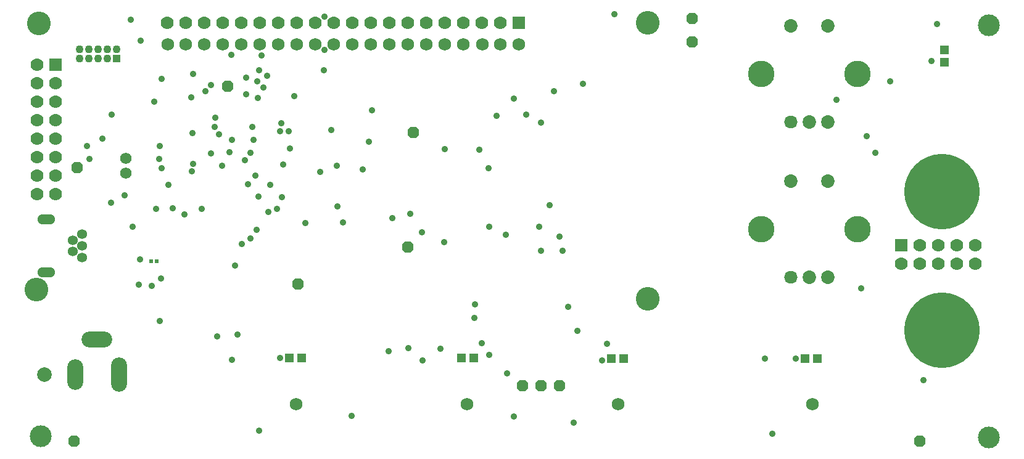
<source format=gts>
G04*
G04 #@! TF.GenerationSoftware,Altium Limited,Altium Designer,19.1.5 (86)*
G04*
G04 Layer_Color=8388736*
%FSLAX24Y24*%
%MOIN*%
G70*
G01*
G75*
%ADD19R,0.0474X0.0513*%
%ADD20C,0.0680*%
%ADD21R,0.0513X0.0474*%
%ADD22P,0.0682X8X112.5*%
%ADD23O,0.1655X0.0867*%
%ADD24O,0.0867X0.1655*%
%ADD25O,0.0867X0.1852*%
%ADD26C,0.0789*%
%ADD27R,0.0700X0.0700*%
%ADD28C,0.0700*%
%ADD29C,0.1280*%
%ADD30P,0.0682X8X22.5*%
%ADD31O,0.0730X0.0680*%
%ADD32C,0.0730*%
%ADD33C,0.1430*%
%ADD34C,0.4080*%
%ADD35C,0.0620*%
%ADD36R,0.0700X0.0700*%
%ADD37O,0.0966X0.0533*%
%ADD38C,0.0533*%
%ADD39C,0.0430*%
%ADD40R,0.0430X0.0430*%
%ADD41C,0.1180*%
%ADD42C,0.0360*%
%ADD43C,0.0237*%
D19*
X43169Y5450D02*
D03*
X42500D02*
D03*
X15300Y5500D02*
D03*
X14631D02*
D03*
X32031Y5450D02*
D03*
X32700D02*
D03*
X23931Y5500D02*
D03*
X24600D02*
D03*
D20*
X42900Y3000D02*
D03*
X24250D02*
D03*
X32400D02*
D03*
X15000D02*
D03*
X8074Y22450D02*
D03*
X9058D02*
D03*
X10050D02*
D03*
X11026D02*
D03*
X12050D02*
D03*
X13050D02*
D03*
X14050D02*
D03*
X15050D02*
D03*
X16050D02*
D03*
X17050D02*
D03*
X18050D02*
D03*
X19050D02*
D03*
X20058D02*
D03*
X21050D02*
D03*
X22050D02*
D03*
X23050D02*
D03*
X24050D02*
D03*
X25082D02*
D03*
X26050D02*
D03*
X27050D02*
D03*
D21*
X50050Y22150D02*
D03*
Y21481D02*
D03*
D22*
X36400Y22580D02*
D03*
Y23860D02*
D03*
X29250Y4000D02*
D03*
X3000Y1000D02*
D03*
X28250Y4000D02*
D03*
X48700Y1000D02*
D03*
X11300Y20200D02*
D03*
X21050Y11500D02*
D03*
X27250Y4000D02*
D03*
X15120Y9480D02*
D03*
D23*
X4255Y6470D02*
D03*
D24*
X3074Y4580D02*
D03*
D25*
X5436D02*
D03*
D26*
X1420D02*
D03*
D27*
X27050Y23631D02*
D03*
X47700Y11600D02*
D03*
D28*
X9050Y23631D02*
D03*
X10050D02*
D03*
X11050D02*
D03*
X12050D02*
D03*
X13050D02*
D03*
X14050D02*
D03*
X15050D02*
D03*
X16050D02*
D03*
X17050D02*
D03*
X18050D02*
D03*
X19050D02*
D03*
X20050D02*
D03*
X21050D02*
D03*
X22050D02*
D03*
X23050D02*
D03*
X24050D02*
D03*
X25050D02*
D03*
X26050D02*
D03*
X8050D02*
D03*
X48700Y11600D02*
D03*
X49700D02*
D03*
X50700D02*
D03*
X51700D02*
D03*
X47700Y10600D02*
D03*
X48700D02*
D03*
X49700D02*
D03*
X50700D02*
D03*
X51700D02*
D03*
X1000Y14350D02*
D03*
Y15350D02*
D03*
Y16350D02*
D03*
Y17350D02*
D03*
Y18350D02*
D03*
Y19350D02*
D03*
Y20350D02*
D03*
Y21350D02*
D03*
X2000Y14350D02*
D03*
Y15350D02*
D03*
Y16350D02*
D03*
Y17350D02*
D03*
Y18350D02*
D03*
Y19350D02*
D03*
Y20350D02*
D03*
D29*
X34020Y23631D02*
D03*
Y8670D02*
D03*
X1100Y23601D02*
D03*
X967Y9169D02*
D03*
D30*
X21350Y17700D02*
D03*
X3175Y15775D02*
D03*
D31*
X41750Y18250D02*
D03*
Y9850D02*
D03*
D32*
X42750Y18250D02*
D03*
X43750D02*
D03*
Y23450D02*
D03*
X41750D02*
D03*
Y15050D02*
D03*
X43750D02*
D03*
Y9850D02*
D03*
X42750D02*
D03*
D33*
X45350Y20850D02*
D03*
X40150D02*
D03*
Y12450D02*
D03*
X45350D02*
D03*
D34*
X49900Y7000D02*
D03*
Y14500D02*
D03*
D35*
X5800Y15500D02*
D03*
X5815Y16300D02*
D03*
D36*
X2000Y21350D02*
D03*
D37*
X1500Y12987D02*
D03*
Y10113D02*
D03*
D38*
X2957Y11865D02*
D03*
Y11235D02*
D03*
X3449Y10920D02*
D03*
Y11550D02*
D03*
Y12180D02*
D03*
D39*
X3300Y22200D02*
D03*
Y21700D02*
D03*
X3800Y22200D02*
D03*
Y21700D02*
D03*
X4300Y22200D02*
D03*
Y21700D02*
D03*
X4800Y22200D02*
D03*
Y21700D02*
D03*
X5300Y22200D02*
D03*
D40*
Y21700D02*
D03*
D41*
X1200Y1250D02*
D03*
X52450Y1200D02*
D03*
Y23500D02*
D03*
D42*
X6160Y12570D02*
D03*
X24660Y8380D02*
D03*
X24640Y7660D02*
D03*
X12890Y12410D02*
D03*
X10410Y20260D02*
D03*
X10100Y19920D02*
D03*
X7210Y9390D02*
D03*
X7700Y9770D02*
D03*
X8340Y13570D02*
D03*
X8960Y13250D02*
D03*
X6570Y10810D02*
D03*
X10740Y6650D02*
D03*
X16300Y15540D02*
D03*
X17210Y15890D02*
D03*
X14308Y15952D02*
D03*
X14670Y16810D02*
D03*
X6500Y9450D02*
D03*
X16910Y17810D02*
D03*
X16550Y23950D02*
D03*
X6080Y23790D02*
D03*
X32210Y24100D02*
D03*
X26790Y19520D02*
D03*
X28230Y18230D02*
D03*
X30510Y20320D02*
D03*
X28940Y19930D02*
D03*
X27440Y18655D02*
D03*
X25840Y18570D02*
D03*
X29410Y11300D02*
D03*
X11720Y10500D02*
D03*
X12080Y11660D02*
D03*
X12530Y11940D02*
D03*
X14240Y14170D02*
D03*
X17540Y12830D02*
D03*
X3840Y16240D02*
D03*
X18615Y15680D02*
D03*
X13960Y13560D02*
D03*
X13240Y20120D02*
D03*
X12940Y19550D02*
D03*
X12900Y20450D02*
D03*
X13450Y20750D02*
D03*
X12300Y19750D02*
D03*
X10650Y18500D02*
D03*
X23050Y16800D02*
D03*
X13500Y13400D02*
D03*
X7450Y13550D02*
D03*
X5750Y14300D02*
D03*
X20000Y5850D02*
D03*
X11550Y5400D02*
D03*
X11858Y6758D02*
D03*
X14150Y5500D02*
D03*
X15500Y12800D02*
D03*
X20200Y13050D02*
D03*
X17250Y13700D02*
D03*
X3700Y16950D02*
D03*
X25050Y6300D02*
D03*
X31800Y6250D02*
D03*
X26400Y4650D02*
D03*
X25450Y5650D02*
D03*
X21850Y5350D02*
D03*
X18000Y2350D02*
D03*
X13000Y1550D02*
D03*
X21800Y12300D02*
D03*
X40750Y1400D02*
D03*
X30000Y2000D02*
D03*
X26760Y2310D02*
D03*
X9450Y20850D02*
D03*
X7750Y20600D02*
D03*
X7350Y19350D02*
D03*
X9350Y19600D02*
D03*
X12650Y18000D02*
D03*
X13000Y21050D02*
D03*
X12300Y20650D02*
D03*
X14200Y18200D02*
D03*
X14150Y17750D02*
D03*
X14600D02*
D03*
X21162Y13288D02*
D03*
X25450Y12600D02*
D03*
X25400Y15750D02*
D03*
X29700Y8250D02*
D03*
X30200Y6950D02*
D03*
X21075Y6025D02*
D03*
X22800Y6000D02*
D03*
X16550Y22150D02*
D03*
X40350Y5450D02*
D03*
X31550Y5350D02*
D03*
X42019Y5450D02*
D03*
X7650Y16950D02*
D03*
X16500Y21050D02*
D03*
X7750Y15750D02*
D03*
X7600Y16250D02*
D03*
X14900Y19650D02*
D03*
X11500Y21900D02*
D03*
X9900Y13550D02*
D03*
X5000Y13900D02*
D03*
X6600Y22650D02*
D03*
X18950Y17200D02*
D03*
X19100Y18900D02*
D03*
X13150Y21850D02*
D03*
X5050Y18650D02*
D03*
X8100Y14850D02*
D03*
X4550Y17350D02*
D03*
X49350Y21550D02*
D03*
X45550Y9250D02*
D03*
X9450Y16000D02*
D03*
X9374Y15576D02*
D03*
X10400Y16562D02*
D03*
X12815Y15365D02*
D03*
X23000Y11750D02*
D03*
X28250Y11300D02*
D03*
X9400Y17650D02*
D03*
X47100Y20450D02*
D03*
X45850Y17500D02*
D03*
X44200Y19450D02*
D03*
X24900Y16750D02*
D03*
X48900Y4300D02*
D03*
X49650Y23550D02*
D03*
X46300Y16600D02*
D03*
X7650Y7500D02*
D03*
X28700Y13750D02*
D03*
X26350Y12150D02*
D03*
X11422Y16622D02*
D03*
X11550Y17300D02*
D03*
X12700D02*
D03*
X12550Y16600D02*
D03*
X12250Y16200D02*
D03*
X10600Y18000D02*
D03*
X10850Y17600D02*
D03*
X13600Y14850D02*
D03*
X11000Y15900D02*
D03*
X12968Y14218D02*
D03*
X12400Y14900D02*
D03*
X28150Y12600D02*
D03*
X29250Y12050D02*
D03*
D43*
X7477Y10710D02*
D03*
X7163D02*
D03*
M02*

</source>
